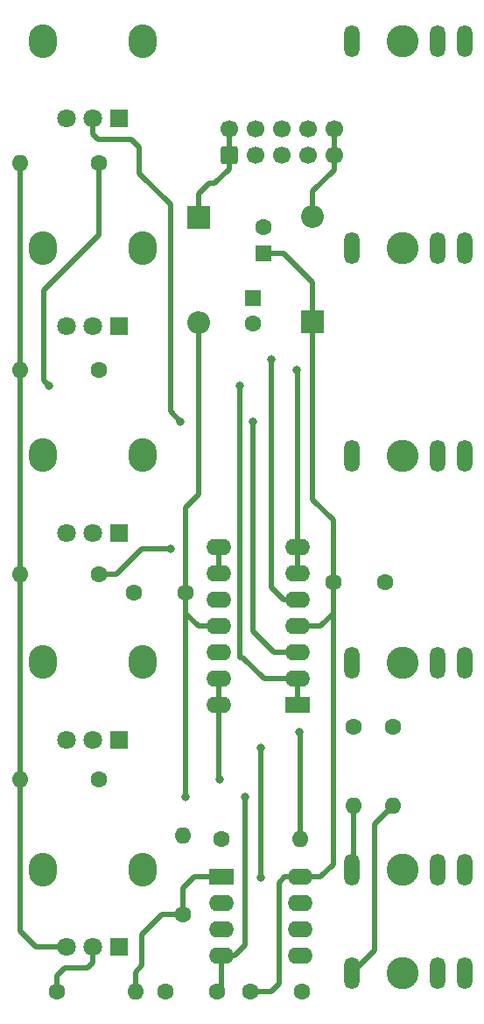
<source format=gbr>
%TF.GenerationSoftware,KiCad,Pcbnew,(6.0.2)*%
%TF.CreationDate,2022-04-27T22:08:36+02:00*%
%TF.ProjectId,4 Channel Mixer,34204368-616e-46e6-956c-204d69786572,1.1*%
%TF.SameCoordinates,Original*%
%TF.FileFunction,Copper,L2,Bot*%
%TF.FilePolarity,Positive*%
%FSLAX46Y46*%
G04 Gerber Fmt 4.6, Leading zero omitted, Abs format (unit mm)*
G04 Created by KiCad (PCBNEW (6.0.2)) date 2022-04-27 22:08:36*
%MOMM*%
%LPD*%
G01*
G04 APERTURE LIST*
G04 Aperture macros list*
%AMRoundRect*
0 Rectangle with rounded corners*
0 $1 Rounding radius*
0 $2 $3 $4 $5 $6 $7 $8 $9 X,Y pos of 4 corners*
0 Add a 4 corners polygon primitive as box body*
4,1,4,$2,$3,$4,$5,$6,$7,$8,$9,$2,$3,0*
0 Add four circle primitives for the rounded corners*
1,1,$1+$1,$2,$3*
1,1,$1+$1,$4,$5*
1,1,$1+$1,$6,$7*
1,1,$1+$1,$8,$9*
0 Add four rect primitives between the rounded corners*
20,1,$1+$1,$2,$3,$4,$5,0*
20,1,$1+$1,$4,$5,$6,$7,0*
20,1,$1+$1,$6,$7,$8,$9,0*
20,1,$1+$1,$8,$9,$2,$3,0*%
G04 Aperture macros list end*
%TA.AperFunction,ComponentPad*%
%ADD10C,1.600000*%
%TD*%
%TA.AperFunction,ComponentPad*%
%ADD11O,1.600000X1.600000*%
%TD*%
%TA.AperFunction,ComponentPad*%
%ADD12R,2.200000X2.200000*%
%TD*%
%TA.AperFunction,ComponentPad*%
%ADD13O,2.200000X2.200000*%
%TD*%
%TA.AperFunction,ComponentPad*%
%ADD14R,2.400000X1.600000*%
%TD*%
%TA.AperFunction,ComponentPad*%
%ADD15O,2.400000X1.600000*%
%TD*%
%TA.AperFunction,ComponentPad*%
%ADD16R,1.600000X1.600000*%
%TD*%
%TA.AperFunction,ComponentPad*%
%ADD17RoundRect,0.250000X0.600000X-0.600000X0.600000X0.600000X-0.600000X0.600000X-0.600000X-0.600000X0*%
%TD*%
%TA.AperFunction,ComponentPad*%
%ADD18C,1.700000*%
%TD*%
%TA.AperFunction,ComponentPad*%
%ADD19C,3.100000*%
%TD*%
%TA.AperFunction,ComponentPad*%
%ADD20O,1.500000X3.100000*%
%TD*%
%TA.AperFunction,ComponentPad*%
%ADD21O,2.720000X3.240000*%
%TD*%
%TA.AperFunction,ComponentPad*%
%ADD22R,1.800000X1.800000*%
%TD*%
%TA.AperFunction,ComponentPad*%
%ADD23C,1.800000*%
%TD*%
%TA.AperFunction,ViaPad*%
%ADD24C,0.800000*%
%TD*%
%TA.AperFunction,Conductor*%
%ADD25C,0.500000*%
%TD*%
G04 APERTURE END LIST*
D10*
%TO.P,R6,1*%
%TO.N,Net-(R5-Pad2)*%
X48750000Y-139310000D03*
D11*
%TO.P,R6,2*%
%TO.N,Net-(R6-Pad2)*%
X48750000Y-131690000D03*
%TD*%
D12*
%TO.P,D2,1,K*%
%TO.N,Net-(D2-Pad1)*%
X50250000Y-72000000D03*
D13*
%TO.P,D2,2,A*%
%TO.N,-12V*%
X50250000Y-82160000D03*
%TD*%
D14*
%TO.P,U2,1*%
%TO.N,Net-(R5-Pad2)*%
X52425000Y-135700000D03*
D15*
%TO.P,U2,2,-*%
%TO.N,Net-(R5-Pad1)*%
X52425000Y-138240000D03*
%TO.P,U2,3,+*%
%TO.N,GND*%
X52425000Y-140780000D03*
%TO.P,U2,4,V-*%
%TO.N,-12V*%
X52425000Y-143320000D03*
%TO.P,U2,5,+*%
%TO.N,GND*%
X60045000Y-143320000D03*
%TO.P,U2,6,-*%
%TO.N,Net-(R6-Pad2)*%
X60045000Y-140780000D03*
%TO.P,U2,7*%
%TO.N,Net-(R7-Pad2)*%
X60045000Y-138240000D03*
%TO.P,U2,8,V+*%
%TO.N,+12V*%
X60045000Y-135700000D03*
%TD*%
D16*
%TO.P,C1,1*%
%TO.N,+12V*%
X56500000Y-75455113D03*
D10*
%TO.P,C1,2*%
%TO.N,GND*%
X56500000Y-72955113D03*
%TD*%
%TO.P,R1,1*%
%TO.N,Net-(R1-Pad1)*%
X40560000Y-66750000D03*
D11*
%TO.P,R1,2*%
%TO.N,Net-(R1-Pad2)*%
X32940000Y-66750000D03*
%TD*%
D10*
%TO.P,C5,1*%
%TO.N,+12V*%
X55250000Y-146750000D03*
%TO.P,C5,2*%
%TO.N,GND*%
X60250000Y-146750000D03*
%TD*%
%TO.P,R9,1*%
%TO.N,Net-(R5-Pad2)*%
X69000000Y-121190000D03*
D11*
%TO.P,R9,2*%
%TO.N,Net-(J6-Pad3)*%
X69000000Y-128810000D03*
%TD*%
D10*
%TO.P,R2,1*%
%TO.N,Net-(R2-Pad1)*%
X40560000Y-86750000D03*
D11*
%TO.P,R2,2*%
%TO.N,Net-(R1-Pad2)*%
X32940000Y-86750000D03*
%TD*%
D10*
%TO.P,R5,1*%
%TO.N,Net-(R5-Pad1)*%
X36500000Y-146750000D03*
D11*
%TO.P,R5,2*%
%TO.N,Net-(R5-Pad2)*%
X44120000Y-146750000D03*
%TD*%
D12*
%TO.P,D1,1,K*%
%TO.N,+12V*%
X61250000Y-82080000D03*
D13*
%TO.P,D1,2,A*%
%TO.N,Net-(D1-Pad2)*%
X61250000Y-71920000D03*
%TD*%
D14*
%TO.P,U1,1*%
%TO.N,Net-(R1-Pad1)*%
X59825000Y-119125000D03*
D15*
%TO.P,U1,2,-*%
X59825000Y-116585000D03*
%TO.P,U1,3,+*%
%TO.N,Net-(RV1-Pad2)*%
X59825000Y-114045000D03*
%TO.P,U1,4,V+*%
%TO.N,+12V*%
X59825000Y-111505000D03*
%TO.P,U1,5,+*%
%TO.N,Net-(RV2-Pad2)*%
X59825000Y-108965000D03*
%TO.P,U1,6,-*%
%TO.N,Net-(R2-Pad1)*%
X59825000Y-106425000D03*
%TO.P,U1,7*%
X59825000Y-103885000D03*
%TO.P,U1,8*%
%TO.N,Net-(R3-Pad1)*%
X52205000Y-103885000D03*
%TO.P,U1,9,-*%
X52205000Y-106425000D03*
%TO.P,U1,10,+*%
%TO.N,Net-(RV3-Pad2)*%
X52205000Y-108965000D03*
%TO.P,U1,11,V-*%
%TO.N,-12V*%
X52205000Y-111505000D03*
%TO.P,U1,12,+*%
%TO.N,Net-(RV4-Pad2)*%
X52205000Y-114045000D03*
%TO.P,U1,13,-*%
%TO.N,Net-(R4-Pad1)*%
X52205000Y-116585000D03*
%TO.P,U1,14*%
X52205000Y-119125000D03*
%TD*%
D10*
%TO.P,R7,1*%
%TO.N,Net-(R6-Pad2)*%
X52440000Y-132000000D03*
D11*
%TO.P,R7,2*%
%TO.N,Net-(R7-Pad2)*%
X60060000Y-132000000D03*
%TD*%
D10*
%TO.P,C3,1*%
%TO.N,+12V*%
X63250000Y-107250000D03*
%TO.P,C3,2*%
%TO.N,GND*%
X68250000Y-107250000D03*
%TD*%
D17*
%TO.P,JP1,1*%
%TO.N,Net-(D2-Pad1)*%
X53170000Y-66002500D03*
D18*
%TO.P,JP1,2*%
X53170000Y-63462500D03*
%TO.P,JP1,3*%
%TO.N,GND*%
X55710000Y-66002500D03*
%TO.P,JP1,4*%
X55710000Y-63462500D03*
%TO.P,JP1,5*%
X58250000Y-66002500D03*
%TO.P,JP1,6*%
X58250000Y-63462500D03*
%TO.P,JP1,7*%
X60790000Y-66002500D03*
%TO.P,JP1,8*%
X60790000Y-63462500D03*
%TO.P,JP1,9*%
%TO.N,Net-(D1-Pad2)*%
X63330000Y-66002500D03*
%TO.P,JP1,10*%
X63330000Y-63462500D03*
%TD*%
D10*
%TO.P,R8,1*%
%TO.N,Net-(R7-Pad2)*%
X65250000Y-121190000D03*
D11*
%TO.P,R8,2*%
%TO.N,Net-(J5-Pad3)*%
X65250000Y-128810000D03*
%TD*%
D10*
%TO.P,C6,1*%
%TO.N,GND*%
X47000000Y-146750000D03*
%TO.P,C6,2*%
%TO.N,-12V*%
X52000000Y-146750000D03*
%TD*%
%TO.P,R4,1*%
%TO.N,Net-(R4-Pad1)*%
X40560000Y-126250000D03*
D11*
%TO.P,R4,2*%
%TO.N,Net-(R1-Pad2)*%
X32940000Y-126250000D03*
%TD*%
D10*
%TO.P,C4,1*%
%TO.N,GND*%
X44000000Y-108250000D03*
%TO.P,C4,2*%
%TO.N,-12V*%
X49000000Y-108250000D03*
%TD*%
%TO.P,R3,1*%
%TO.N,Net-(R3-Pad1)*%
X40560000Y-106500000D03*
D11*
%TO.P,R3,2*%
%TO.N,Net-(R1-Pad2)*%
X32940000Y-106500000D03*
%TD*%
D16*
%TO.P,C2,1*%
%TO.N,GND*%
X55500000Y-79794887D03*
D10*
%TO.P,C2,2*%
%TO.N,-12V*%
X55500000Y-82294887D03*
%TD*%
D19*
%TO.P,J6,*%
%TO.N,*%
X70000000Y-145000000D03*
D20*
%TO.P,J6,1*%
%TO.N,GND*%
X76000000Y-145000000D03*
%TO.P,J6,2*%
%TO.N,unconnected-(J6-Pad2)*%
X73380000Y-145000000D03*
%TO.P,J6,3*%
%TO.N,Net-(J6-Pad3)*%
X65080000Y-145000000D03*
%TD*%
D19*
%TO.P,J5,*%
%TO.N,*%
X70000000Y-135000000D03*
D20*
%TO.P,J5,1*%
%TO.N,GND*%
X76000000Y-135000000D03*
%TO.P,J5,2*%
%TO.N,unconnected-(J5-Pad2)*%
X73380000Y-135000000D03*
%TO.P,J5,3*%
%TO.N,Net-(J5-Pad3)*%
X65080000Y-135000000D03*
%TD*%
D21*
%TO.P,RV4,*%
%TO.N,*%
X44800000Y-114975000D03*
X35200000Y-114975000D03*
D22*
%TO.P,RV4,1,1*%
%TO.N,GND*%
X42500000Y-122475000D03*
D23*
%TO.P,RV4,2,2*%
%TO.N,Net-(RV4-Pad2)*%
X40000000Y-122475000D03*
%TO.P,RV4,3,3*%
%TO.N,Net-(J4-Pad3)*%
X37500000Y-122475000D03*
%TD*%
D21*
%TO.P,RV5,*%
%TO.N,*%
X44800000Y-134975000D03*
X35200000Y-134975000D03*
D22*
%TO.P,RV5,1,1*%
%TO.N,GND*%
X42500000Y-142475000D03*
D23*
%TO.P,RV5,2,2*%
%TO.N,Net-(R5-Pad1)*%
X40000000Y-142475000D03*
%TO.P,RV5,3,3*%
%TO.N,Net-(R1-Pad2)*%
X37500000Y-142475000D03*
%TD*%
D21*
%TO.P,RV3,*%
%TO.N,*%
X44800000Y-94975000D03*
X35200000Y-94975000D03*
D22*
%TO.P,RV3,1,1*%
%TO.N,GND*%
X42500000Y-102475000D03*
D23*
%TO.P,RV3,2,2*%
%TO.N,Net-(RV3-Pad2)*%
X40000000Y-102475000D03*
%TO.P,RV3,3,3*%
%TO.N,Net-(J3-Pad3)*%
X37500000Y-102475000D03*
%TD*%
D19*
%TO.P,J4,*%
%TO.N,*%
X70000000Y-115000000D03*
D20*
%TO.P,J4,1*%
%TO.N,GND*%
X76000000Y-115000000D03*
%TO.P,J4,2*%
%TO.N,unconnected-(J4-Pad2)*%
X73380000Y-115000000D03*
%TO.P,J4,3*%
%TO.N,Net-(J4-Pad3)*%
X65080000Y-115000000D03*
%TD*%
D19*
%TO.P,J2,*%
%TO.N,*%
X70000000Y-75000000D03*
D20*
%TO.P,J2,1*%
%TO.N,GND*%
X76000000Y-75000000D03*
%TO.P,J2,2*%
%TO.N,unconnected-(J2-Pad2)*%
X73380000Y-75000000D03*
%TO.P,J2,3*%
%TO.N,Net-(J2-Pad3)*%
X65080000Y-75000000D03*
%TD*%
D19*
%TO.P,J1,*%
%TO.N,*%
X70000000Y-55000000D03*
D20*
%TO.P,J1,1*%
%TO.N,GND*%
X76000000Y-55000000D03*
%TO.P,J1,2*%
%TO.N,unconnected-(J1-Pad2)*%
X73380000Y-55000000D03*
%TO.P,J1,3*%
%TO.N,Net-(J1-Pad3)*%
X65080000Y-55000000D03*
%TD*%
D21*
%TO.P,RV1,*%
%TO.N,*%
X44800000Y-54975000D03*
X35200000Y-54975000D03*
D22*
%TO.P,RV1,1,1*%
%TO.N,GND*%
X42500000Y-62475000D03*
D23*
%TO.P,RV1,2,2*%
%TO.N,Net-(RV1-Pad2)*%
X40000000Y-62475000D03*
%TO.P,RV1,3,3*%
%TO.N,Net-(J1-Pad3)*%
X37500000Y-62475000D03*
%TD*%
D19*
%TO.P,J3,*%
%TO.N,*%
X70000000Y-95000000D03*
D20*
%TO.P,J3,1*%
%TO.N,GND*%
X76000000Y-95000000D03*
%TO.P,J3,2*%
%TO.N,unconnected-(J3-Pad2)*%
X73380000Y-95000000D03*
%TO.P,J3,3*%
%TO.N,Net-(J3-Pad3)*%
X65080000Y-95000000D03*
%TD*%
D21*
%TO.P,RV2,*%
%TO.N,*%
X35200000Y-74975000D03*
X44800000Y-74975000D03*
D22*
%TO.P,RV2,1,1*%
%TO.N,GND*%
X42500000Y-82475000D03*
D23*
%TO.P,RV2,2,2*%
%TO.N,Net-(RV2-Pad2)*%
X40000000Y-82475000D03*
%TO.P,RV2,3,3*%
%TO.N,Net-(J2-Pad3)*%
X37500000Y-82475000D03*
%TD*%
D24*
%TO.N,Net-(R1-Pad1)*%
X35750000Y-88250000D03*
X54250000Y-88250000D03*
%TO.N,Net-(R2-Pad1)*%
X59750000Y-86750000D03*
%TO.N,Net-(R3-Pad1)*%
X47500000Y-104000000D03*
%TO.N,Net-(R4-Pad1)*%
X52250000Y-126250000D03*
%TO.N,Net-(R5-Pad2)*%
X56250000Y-135750000D03*
X56250000Y-123250000D03*
%TO.N,Net-(R7-Pad2)*%
X60000000Y-121750000D03*
%TO.N,Net-(RV1-Pad2)*%
X48500000Y-91750000D03*
X55500000Y-91750000D03*
%TO.N,Net-(RV2-Pad2)*%
X57250000Y-85750000D03*
%TO.N,-12V*%
X54750000Y-128000000D03*
X49000000Y-128000000D03*
%TD*%
D25*
%TO.N,Net-(J5-Pad3)*%
X65250000Y-128810000D02*
X65250000Y-134830000D01*
X65250000Y-134830000D02*
X65080000Y-135000000D01*
%TO.N,Net-(J6-Pad3)*%
X69000000Y-128810000D02*
X67250000Y-130560000D01*
X67250000Y-142830000D02*
X65080000Y-145000000D01*
X67250000Y-130560000D02*
X67250000Y-142830000D01*
%TO.N,Net-(R1-Pad1)*%
X40560000Y-66750000D02*
X40560000Y-73690000D01*
X35250000Y-87750000D02*
X35750000Y-88250000D01*
X59825000Y-116585000D02*
X56585000Y-116585000D01*
X56500000Y-116500000D02*
X54500000Y-114500000D01*
X54250000Y-114500000D02*
X54250000Y-88250000D01*
X54500000Y-114500000D02*
X54250000Y-114500000D01*
X35250000Y-79000000D02*
X35250000Y-87750000D01*
X56585000Y-116585000D02*
X56500000Y-116500000D01*
X59825000Y-116585000D02*
X59825000Y-119125000D01*
X40560000Y-73690000D02*
X35250000Y-79000000D01*
%TO.N,Net-(R1-Pad2)*%
X32940000Y-126250000D02*
X32940000Y-140940000D01*
X32940000Y-86750000D02*
X32940000Y-106500000D01*
X32940000Y-66750000D02*
X32940000Y-86750000D01*
X32940000Y-106500000D02*
X32940000Y-126250000D01*
X32940000Y-140940000D02*
X34475000Y-142475000D01*
X34475000Y-142475000D02*
X37500000Y-142475000D01*
%TO.N,Net-(R2-Pad1)*%
X59825000Y-103885000D02*
X59825000Y-106425000D01*
X59825000Y-86825000D02*
X59750000Y-86750000D01*
X59825000Y-103885000D02*
X59825000Y-86825000D01*
%TO.N,Net-(R3-Pad1)*%
X44750000Y-104000000D02*
X47500000Y-104000000D01*
X42250000Y-106500000D02*
X44750000Y-104000000D01*
X40560000Y-106500000D02*
X42250000Y-106500000D01*
X52205000Y-103885000D02*
X52205000Y-106425000D01*
%TO.N,Net-(R4-Pad1)*%
X52205000Y-116585000D02*
X52205000Y-119125000D01*
X52205000Y-126205000D02*
X52250000Y-126250000D01*
X52205000Y-119125000D02*
X52205000Y-126205000D01*
%TO.N,Net-(R5-Pad1)*%
X40000000Y-142475000D02*
X40000000Y-144000000D01*
X36500000Y-145250000D02*
X36500000Y-146750000D01*
X39500000Y-144500000D02*
X37250000Y-144500000D01*
X40000000Y-144000000D02*
X39500000Y-144500000D01*
X37250000Y-144500000D02*
X36500000Y-145250000D01*
%TO.N,Net-(R5-Pad2)*%
X44750000Y-144250000D02*
X44120000Y-144880000D01*
X49800000Y-135700000D02*
X52425000Y-135700000D01*
X48750000Y-136750000D02*
X49800000Y-135700000D01*
X44120000Y-144880000D02*
X44120000Y-146750000D01*
X56250000Y-135750000D02*
X56250000Y-123250000D01*
X46690000Y-139310000D02*
X44750000Y-141250000D01*
X44750000Y-141250000D02*
X44750000Y-144250000D01*
X48750000Y-139310000D02*
X46690000Y-139310000D01*
X48750000Y-139310000D02*
X48750000Y-136750000D01*
%TO.N,Net-(R7-Pad2)*%
X60060000Y-121810000D02*
X60060000Y-132000000D01*
X60000000Y-121750000D02*
X60060000Y-121810000D01*
%TO.N,Net-(RV1-Pad2)*%
X55500000Y-112000000D02*
X55500000Y-91750000D01*
X57545000Y-114045000D02*
X55750000Y-112250000D01*
X47500000Y-70750000D02*
X44500000Y-67750000D01*
X40000000Y-64000000D02*
X40000000Y-62475000D01*
X55750000Y-112250000D02*
X55500000Y-112000000D01*
X44500000Y-65250000D02*
X43750000Y-64500000D01*
X44500000Y-67750000D02*
X44500000Y-65250000D01*
X43750000Y-64500000D02*
X40500000Y-64500000D01*
X40500000Y-64500000D02*
X40000000Y-64000000D01*
X59825000Y-114045000D02*
X57545000Y-114045000D01*
X47500000Y-90750000D02*
X47500000Y-70750000D01*
X48500000Y-91750000D02*
X47500000Y-90750000D01*
%TO.N,Net-(RV2-Pad2)*%
X59825000Y-108965000D02*
X58465000Y-108965000D01*
X57250000Y-107750000D02*
X57250000Y-85750000D01*
X57750000Y-108250000D02*
X57250000Y-107750000D01*
X58465000Y-108965000D02*
X57750000Y-108250000D01*
%TO.N,-12V*%
X49000000Y-108250000D02*
X49000000Y-110250000D01*
X53680000Y-143320000D02*
X54750000Y-142250000D01*
X52425000Y-146325000D02*
X52000000Y-146750000D01*
X50250000Y-98750000D02*
X50250000Y-82160000D01*
X49000000Y-108250000D02*
X49000000Y-128000000D01*
X50255000Y-111505000D02*
X52205000Y-111505000D01*
X49000000Y-110250000D02*
X50255000Y-111505000D01*
X52425000Y-143320000D02*
X52425000Y-146325000D01*
X52425000Y-143320000D02*
X53680000Y-143320000D01*
X49000000Y-100000000D02*
X50250000Y-98750000D01*
X49000000Y-108250000D02*
X49000000Y-100000000D01*
X54750000Y-142250000D02*
X54750000Y-128000000D01*
%TO.N,+12V*%
X62050000Y-135700000D02*
X63250000Y-134500000D01*
X56500000Y-75455113D02*
X58455113Y-75455113D01*
X60045000Y-135700000D02*
X62050000Y-135700000D01*
X58455113Y-75455113D02*
X61250000Y-78250000D01*
X63250000Y-101250000D02*
X61250000Y-99250000D01*
X61995000Y-111505000D02*
X63250000Y-110250000D01*
X58550000Y-135700000D02*
X58000000Y-136250000D01*
X58000000Y-146000000D02*
X57250000Y-146750000D01*
X58550000Y-135700000D02*
X60045000Y-135700000D01*
X57250000Y-146750000D02*
X55250000Y-146750000D01*
X59825000Y-111505000D02*
X61995000Y-111505000D01*
X58000000Y-136250000D02*
X58000000Y-146000000D01*
X63250000Y-134500000D02*
X63250000Y-107250000D01*
X63250000Y-107250000D02*
X63250000Y-101250000D01*
X61250000Y-78250000D02*
X61250000Y-82080000D01*
X61250000Y-99250000D02*
X61250000Y-82080000D01*
X63250000Y-110250000D02*
X63250000Y-107250000D01*
%TO.N,Net-(D1-Pad2)*%
X63330000Y-67420000D02*
X61250000Y-69500000D01*
X63330000Y-63462500D02*
X63330000Y-66002500D01*
X63330000Y-66002500D02*
X63330000Y-67420000D01*
X61250000Y-69500000D02*
X61250000Y-71920000D01*
%TO.N,Net-(D2-Pad1)*%
X51750000Y-68750000D02*
X51250000Y-68750000D01*
X53170000Y-67330000D02*
X51750000Y-68750000D01*
X53170000Y-63462500D02*
X53170000Y-66002500D01*
X53170000Y-66002500D02*
X53170000Y-67330000D01*
X51250000Y-68750000D02*
X50250000Y-69750000D01*
X50250000Y-69750000D02*
X50250000Y-72000000D01*
%TD*%
M02*

</source>
